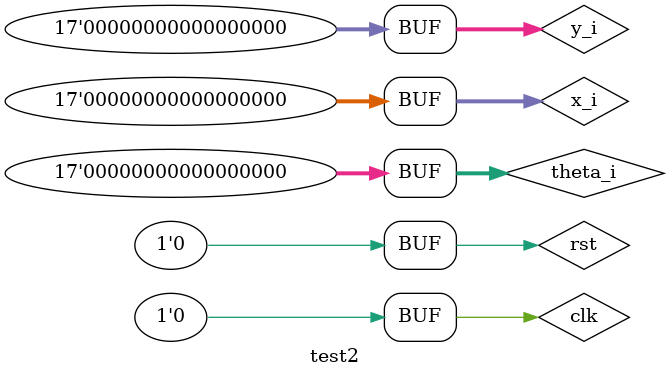
<source format=v>
`timescale 1ns / 1ps


module test2;

	// Inputs
	reg clk;
	reg rst;
	reg [16:0] x_i;
	reg [16:0] y_i;
	reg [16:0] theta_i;

	// Outputs
	wire [16:0] x_o;
	wire [16:0] y_o;
	wire [16:0] theta_o;

	// Instantiate the Unit Under Test (UUT)
	cordic uut (
		.clk(clk), 
		.rst(rst), 
		.x_i(x_i), 
		.y_i(y_i), 
		.theta_i(theta_i), 
		.x_o(x_o), 
		.y_o(y_o), 
		.theta_o(theta_o)
	);

	initial begin
		// Initialize Inputs
		clk = 0;
		rst = 0;
		x_i = 0;
		y_i = 0;
		theta_i = 0;

		// Wait 100 ns for global reset to finish
		#100;
        
		// Add stimulus here

	end
      
endmodule


</source>
